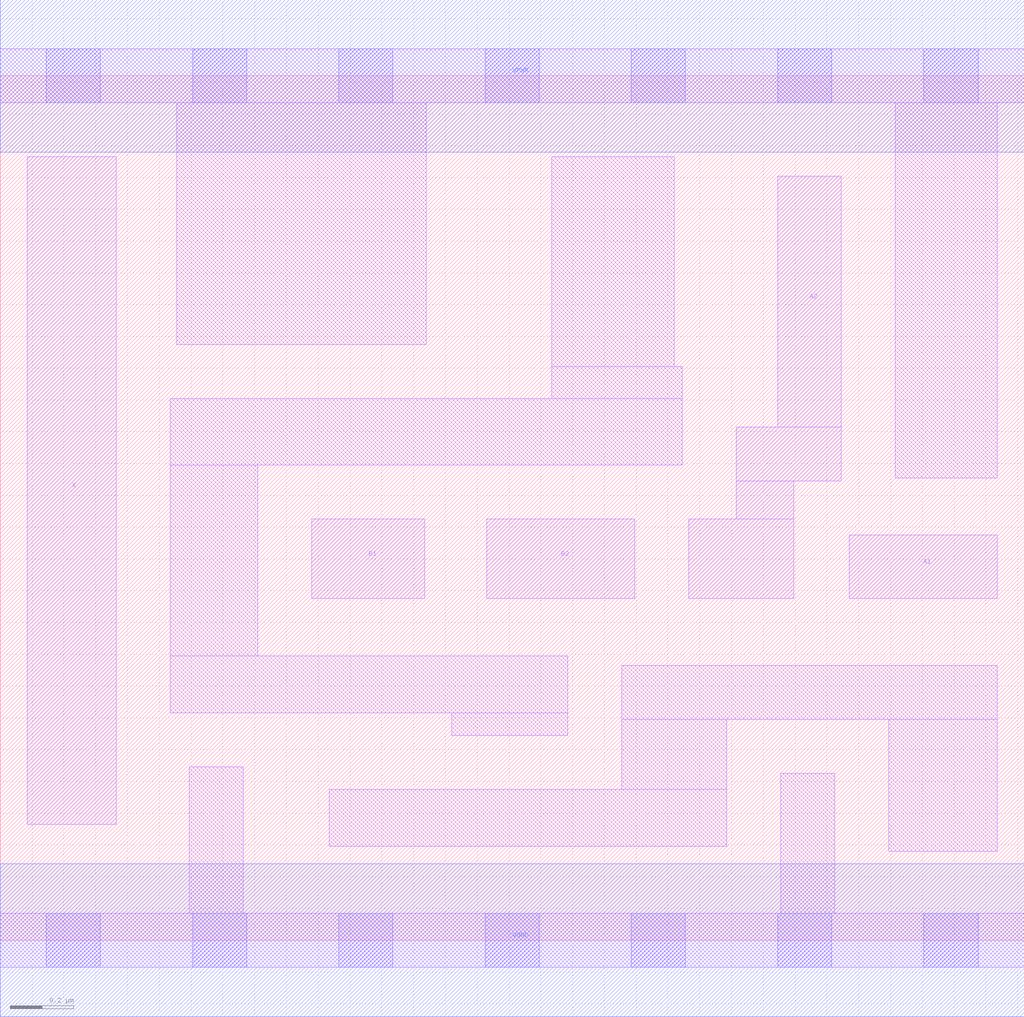
<source format=lef>
# Copyright 2020 The SkyWater PDK Authors
#
# Licensed under the Apache License, Version 2.0 (the "License");
# you may not use this file except in compliance with the License.
# You may obtain a copy of the License at
#
#     https://www.apache.org/licenses/LICENSE-2.0
#
# Unless required by applicable law or agreed to in writing, software
# distributed under the License is distributed on an "AS IS" BASIS,
# WITHOUT WARRANTIES OR CONDITIONS OF ANY KIND, either express or implied.
# See the License for the specific language governing permissions and
# limitations under the License.
#
# SPDX-License-Identifier: Apache-2.0

VERSION 5.7 ;
  NAMESCASESENSITIVE ON ;
  NOWIREEXTENSIONATPIN ON ;
  DIVIDERCHAR "/" ;
  BUSBITCHARS "[]" ;
UNITS
  DATABASE MICRONS 200 ;
END UNITS
MACRO sky130_fd_sc_hd__o22a_1
  CLASS CORE ;
  FOREIGN sky130_fd_sc_hd__o22a_1 ;
  ORIGIN  0.000000  0.000000 ;
  SIZE  3.220000 BY  2.720000 ;
  SYMMETRY X Y R90 ;
  SITE unithd ;
  PIN A1
    ANTENNAGATEAREA  0.247500 ;
    DIRECTION INPUT ;
    USE SIGNAL ;
    PORT
      LAYER li1 ;
        RECT 2.670000 1.075000 3.135000 1.275000 ;
    END
  END A1
  PIN A2
    ANTENNAGATEAREA  0.247500 ;
    DIRECTION INPUT ;
    USE SIGNAL ;
    PORT
      LAYER li1 ;
        RECT 2.165000 1.075000 2.495000 1.325000 ;
        RECT 2.315000 1.325000 2.495000 1.445000 ;
        RECT 2.315000 1.445000 2.645000 1.615000 ;
        RECT 2.445000 1.615000 2.645000 2.405000 ;
    END
  END A2
  PIN B1
    ANTENNAGATEAREA  0.247500 ;
    DIRECTION INPUT ;
    USE SIGNAL ;
    PORT
      LAYER li1 ;
        RECT 0.980000 1.075000 1.335000 1.325000 ;
    END
  END B1
  PIN B2
    ANTENNAGATEAREA  0.247500 ;
    DIRECTION INPUT ;
    USE SIGNAL ;
    PORT
      LAYER li1 ;
        RECT 1.530000 1.075000 1.995000 1.325000 ;
    END
  END B2
  PIN X
    ANTENNADIFFAREA  0.449000 ;
    DIRECTION OUTPUT ;
    USE SIGNAL ;
    PORT
      LAYER li1 ;
        RECT 0.085000 0.365000 0.365000 2.465000 ;
    END
  END X
  PIN VGND
    DIRECTION INOUT ;
    SHAPE ABUTMENT ;
    USE GROUND ;
    PORT
      LAYER met1 ;
        RECT 0.000000 -0.240000 3.220000 0.240000 ;
    END
  END VGND
  PIN VPWR
    DIRECTION INOUT ;
    SHAPE ABUTMENT ;
    USE POWER ;
    PORT
      LAYER met1 ;
        RECT 0.000000 2.480000 3.220000 2.960000 ;
    END
  END VPWR
  OBS
    LAYER li1 ;
      RECT 0.000000 -0.085000 3.220000 0.085000 ;
      RECT 0.000000  2.635000 3.220000 2.805000 ;
      RECT 0.535000  0.715000 1.785000 0.895000 ;
      RECT 0.535000  0.895000 0.810000 1.495000 ;
      RECT 0.535000  1.495000 2.145000 1.705000 ;
      RECT 0.555000  1.875000 1.340000 2.635000 ;
      RECT 0.595000  0.085000 0.765000 0.545000 ;
      RECT 1.035000  0.295000 2.285000 0.475000 ;
      RECT 1.420000  0.645000 1.785000 0.715000 ;
      RECT 1.735000  1.705000 2.145000 1.805000 ;
      RECT 1.735000  1.805000 2.120000 2.465000 ;
      RECT 1.955000  0.475000 2.285000 0.695000 ;
      RECT 1.955000  0.695000 3.135000 0.865000 ;
      RECT 2.455000  0.085000 2.625000 0.525000 ;
      RECT 2.795000  0.280000 3.135000 0.695000 ;
      RECT 2.815000  1.455000 3.135000 2.635000 ;
    LAYER mcon ;
      RECT 0.145000 -0.085000 0.315000 0.085000 ;
      RECT 0.145000  2.635000 0.315000 2.805000 ;
      RECT 0.605000 -0.085000 0.775000 0.085000 ;
      RECT 0.605000  2.635000 0.775000 2.805000 ;
      RECT 1.065000 -0.085000 1.235000 0.085000 ;
      RECT 1.065000  2.635000 1.235000 2.805000 ;
      RECT 1.525000 -0.085000 1.695000 0.085000 ;
      RECT 1.525000  2.635000 1.695000 2.805000 ;
      RECT 1.985000 -0.085000 2.155000 0.085000 ;
      RECT 1.985000  2.635000 2.155000 2.805000 ;
      RECT 2.445000 -0.085000 2.615000 0.085000 ;
      RECT 2.445000  2.635000 2.615000 2.805000 ;
      RECT 2.905000 -0.085000 3.075000 0.085000 ;
      RECT 2.905000  2.635000 3.075000 2.805000 ;
  END
END sky130_fd_sc_hd__o22a_1
END LIBRARY

</source>
